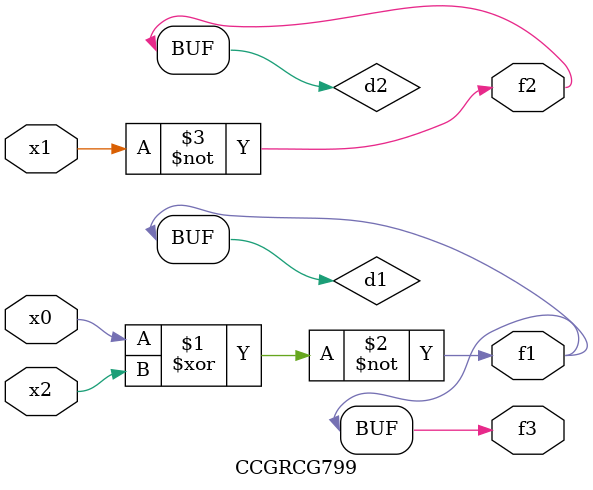
<source format=v>
module CCGRCG799(
	input x0, x1, x2,
	output f1, f2, f3
);

	wire d1, d2, d3;

	xnor (d1, x0, x2);
	nand (d2, x1);
	nor (d3, x1, x2);
	assign f1 = d1;
	assign f2 = d2;
	assign f3 = d1;
endmodule

</source>
